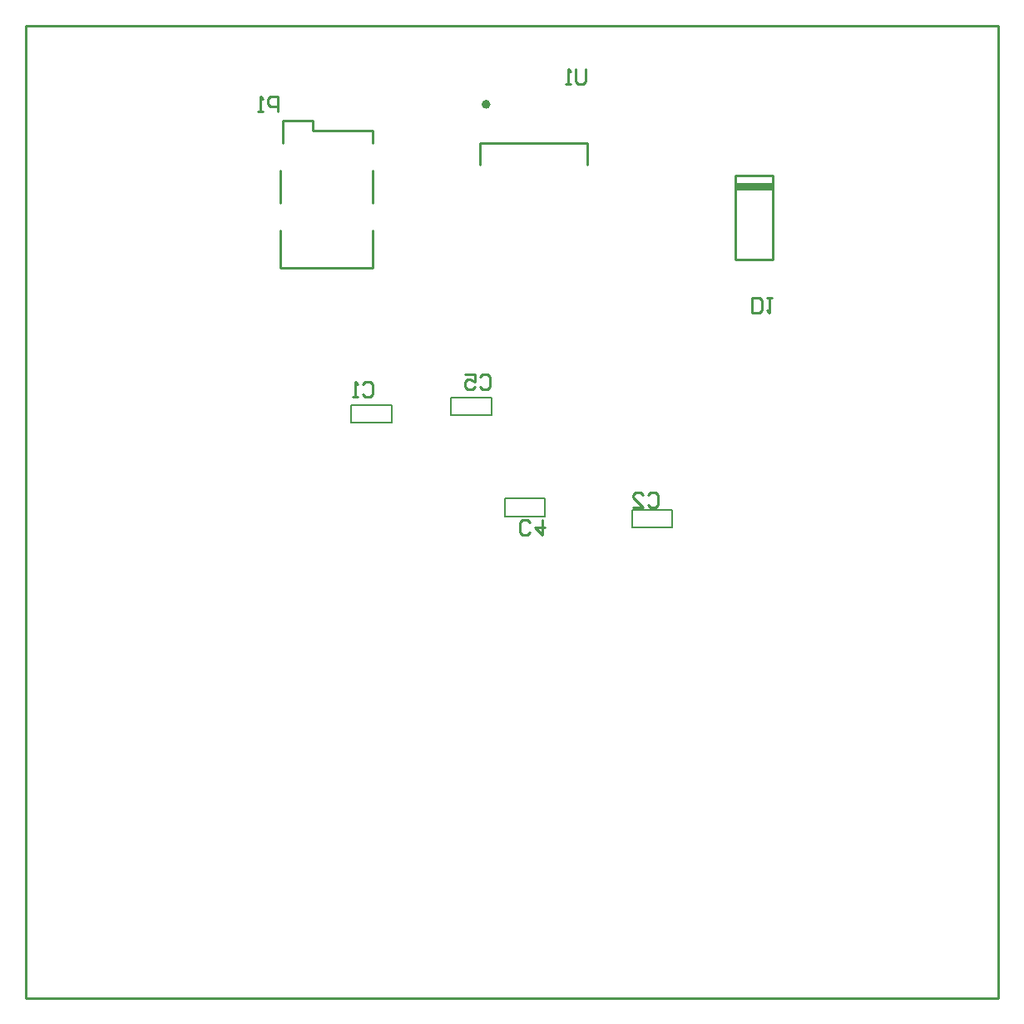
<source format=gbo>
G04*
G04 #@! TF.GenerationSoftware,Altium Limited,Altium Designer,20.0.10 (225)*
G04*
G04 Layer_Color=32896*
%FSLAX24Y24*%
%MOIN*%
G70*
G01*
G75*
%ADD10C,0.0100*%
%ADD11C,0.0050*%
%ADD64C,0.0197*%
D10*
X47752Y41470D02*
X49248D01*
X47752Y41370D02*
X49248D01*
X47752Y38427D02*
X49248D01*
X47752Y41813D02*
X49248D01*
Y38427D02*
Y41813D01*
X47752Y41270D02*
X49248D01*
X47752Y38427D02*
Y41813D01*
X37500Y42223D02*
Y43109D01*
X41800D01*
Y42223D02*
Y43109D01*
X29600Y44000D02*
X30800D01*
Y43600D02*
Y44000D01*
Y43600D02*
X33200D01*
Y43100D02*
Y43600D01*
X29600Y43100D02*
Y44000D01*
X33200Y40700D02*
Y42000D01*
Y38100D02*
Y39600D01*
X29500Y38100D02*
X33200D01*
X29500D02*
Y39600D01*
Y40700D02*
Y42000D01*
X41750Y46070D02*
Y45570D01*
X41650Y45470D01*
X41450D01*
X41350Y45570D01*
Y46070D01*
X41150Y45470D02*
X40950D01*
X41050D01*
Y46070D01*
X41150Y45970D01*
X29400Y44350D02*
Y44950D01*
X29100D01*
X29000Y44850D01*
Y44650D01*
X29100Y44550D01*
X29400D01*
X28800Y44350D02*
X28600D01*
X28700D01*
Y44950D01*
X28800Y44850D01*
X48400Y36310D02*
Y36910D01*
X48700D01*
X48800Y36810D01*
Y36410D01*
X48700Y36310D01*
X48400D01*
X49000Y36910D02*
X49200D01*
X49100D01*
Y36310D01*
X49000Y36410D01*
X37490Y33740D02*
X37590Y33840D01*
X37790D01*
X37890Y33740D01*
Y33340D01*
X37790Y33240D01*
X37590D01*
X37490Y33340D01*
X36890Y33840D02*
X37290D01*
Y33540D01*
X37090Y33640D01*
X36990D01*
X36890Y33540D01*
Y33340D01*
X36990Y33240D01*
X37190D01*
X37290Y33340D01*
X39500Y27500D02*
X39400Y27400D01*
X39200D01*
X39100Y27500D01*
Y27900D01*
X39200Y28000D01*
X39400D01*
X39500Y27900D01*
X40000Y28000D02*
Y27400D01*
X39700Y27700D01*
X40100D01*
X44250Y29000D02*
X44350Y29100D01*
X44550D01*
X44650Y29000D01*
Y28600D01*
X44550Y28500D01*
X44350D01*
X44250Y28600D01*
X43650Y28500D02*
X44050D01*
X43650Y28900D01*
Y29000D01*
X43750Y29100D01*
X43950D01*
X44050Y29000D01*
X32810Y33430D02*
X32910Y33530D01*
X33110D01*
X33210Y33430D01*
Y33030D01*
X33110Y32930D01*
X32910D01*
X32810Y33030D01*
X32610Y32930D02*
X32410D01*
X32510D01*
Y33530D01*
X32610Y33430D01*
X58276Y8824D02*
Y47800D01*
X19300Y8824D02*
X58276D01*
X19300D02*
Y47800D01*
X58276D01*
D11*
X38490Y28860D02*
X40110D01*
Y28140D02*
Y28860D01*
X38490Y28140D02*
X40110D01*
X38490D02*
Y28860D01*
X43590Y28410D02*
X45210D01*
Y27690D02*
Y28410D01*
X43590Y27690D02*
X45210D01*
X43590D02*
Y28410D01*
X32340Y31890D02*
X33960D01*
X32340D02*
Y32610D01*
X33960D01*
Y31890D02*
Y32610D01*
X36340Y32190D02*
X37960D01*
X36340D02*
Y32910D01*
X37960D01*
Y32190D02*
Y32910D01*
D64*
X37829Y44650D02*
G03*
X37829Y44650I-79J0D01*
G01*
M02*

</source>
